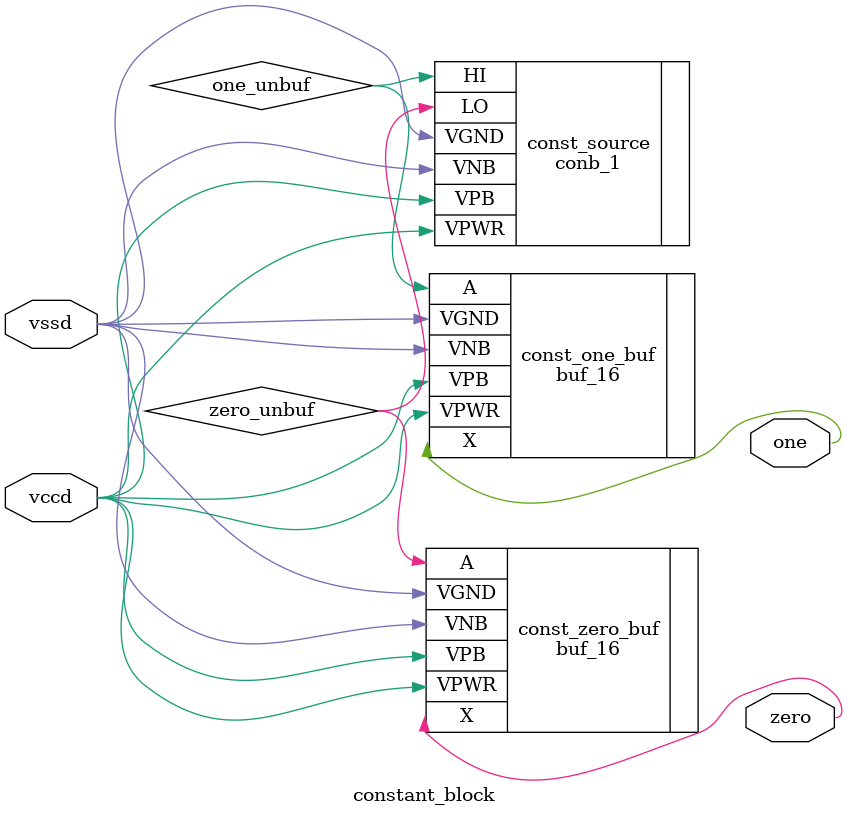
<source format=v>

`default_nettype none
/* 
 *---------------------------------------------------------------------
 * A simple module that generates buffered high and low outputs
 * in the 1.8V domain.
 *---------------------------------------------------------------------
 */

module constant_block (
    inout wire vccd,
    inout wire vssd,
    output wire one,
    output wire zero
);

    wire	one_unbuf;
    wire	zero_unbuf;

    conb_1 const_source (
        .VPWR(vccd),
        .VGND(vssd),
        .VPB(vccd),
        .VNB(vssd),
        .HI(one_unbuf),
        .LO(zero_unbuf)
    );

    /* Buffer the constant outputs (could be synthesized) */
    /* NOTE:  Constant cell HI, LO outputs are connected to power	*/
    /* rails through an approximately 120 ohm resistor, which is not	*/
    /* enough to drive inputs in the I/O cells while ensuring ESD	*/
    /* requirements, without buffering.					*/

    buf_16 const_one_buf (
        .VPWR(vccd),
        .VGND(vssd),
        .VPB(vccd),
        .VNB(vssd),
        .A(one_unbuf),
        .X(one)
    );

    buf_16 const_zero_buf (
        .VPWR(vccd),
        .VGND(vssd),
        .VPB(vccd),
        .VNB(vssd),
        .A(zero_unbuf),
        .X(zero)
    );

endmodule
`default_nettype wire

</source>
